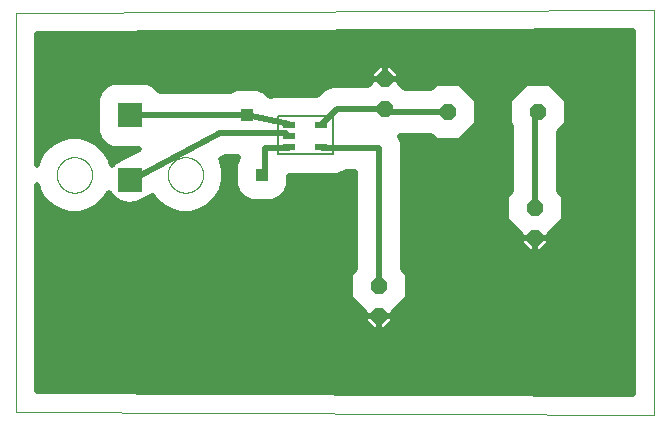
<source format=gtl>
G75*
%MOIN*%
%OFA0B0*%
%FSLAX25Y25*%
%IPPOS*%
%LPD*%
%AMOC8*
5,1,8,0,0,1.08239X$1,22.5*
%
%ADD10C,0.00000*%
%ADD11R,0.04331X0.02362*%
%ADD12C,0.00500*%
%ADD13OC8,0.05200*%
%ADD14R,0.08268X0.08268*%
%ADD15C,0.02000*%
%ADD16R,0.03962X0.03962*%
D10*
X0003000Y0002000D02*
X0003000Y0134961D01*
X0215701Y0135961D01*
X0215701Y0001000D01*
X0003000Y0002000D01*
X0016590Y0080984D02*
X0016592Y0081137D01*
X0016598Y0081291D01*
X0016608Y0081444D01*
X0016622Y0081596D01*
X0016640Y0081749D01*
X0016662Y0081900D01*
X0016687Y0082051D01*
X0016717Y0082202D01*
X0016751Y0082352D01*
X0016788Y0082500D01*
X0016829Y0082648D01*
X0016874Y0082794D01*
X0016923Y0082940D01*
X0016976Y0083084D01*
X0017032Y0083226D01*
X0017092Y0083367D01*
X0017156Y0083507D01*
X0017223Y0083645D01*
X0017294Y0083781D01*
X0017369Y0083915D01*
X0017446Y0084047D01*
X0017528Y0084177D01*
X0017612Y0084305D01*
X0017700Y0084431D01*
X0017791Y0084554D01*
X0017885Y0084675D01*
X0017983Y0084793D01*
X0018083Y0084909D01*
X0018187Y0085022D01*
X0018293Y0085133D01*
X0018402Y0085241D01*
X0018514Y0085346D01*
X0018628Y0085447D01*
X0018746Y0085546D01*
X0018865Y0085642D01*
X0018987Y0085735D01*
X0019112Y0085824D01*
X0019239Y0085911D01*
X0019368Y0085993D01*
X0019499Y0086073D01*
X0019632Y0086149D01*
X0019767Y0086222D01*
X0019904Y0086291D01*
X0020043Y0086356D01*
X0020183Y0086418D01*
X0020325Y0086476D01*
X0020468Y0086531D01*
X0020613Y0086582D01*
X0020759Y0086629D01*
X0020906Y0086672D01*
X0021054Y0086711D01*
X0021203Y0086747D01*
X0021353Y0086778D01*
X0021504Y0086806D01*
X0021655Y0086830D01*
X0021808Y0086850D01*
X0021960Y0086866D01*
X0022113Y0086878D01*
X0022266Y0086886D01*
X0022419Y0086890D01*
X0022573Y0086890D01*
X0022726Y0086886D01*
X0022879Y0086878D01*
X0023032Y0086866D01*
X0023184Y0086850D01*
X0023337Y0086830D01*
X0023488Y0086806D01*
X0023639Y0086778D01*
X0023789Y0086747D01*
X0023938Y0086711D01*
X0024086Y0086672D01*
X0024233Y0086629D01*
X0024379Y0086582D01*
X0024524Y0086531D01*
X0024667Y0086476D01*
X0024809Y0086418D01*
X0024949Y0086356D01*
X0025088Y0086291D01*
X0025225Y0086222D01*
X0025360Y0086149D01*
X0025493Y0086073D01*
X0025624Y0085993D01*
X0025753Y0085911D01*
X0025880Y0085824D01*
X0026005Y0085735D01*
X0026127Y0085642D01*
X0026246Y0085546D01*
X0026364Y0085447D01*
X0026478Y0085346D01*
X0026590Y0085241D01*
X0026699Y0085133D01*
X0026805Y0085022D01*
X0026909Y0084909D01*
X0027009Y0084793D01*
X0027107Y0084675D01*
X0027201Y0084554D01*
X0027292Y0084431D01*
X0027380Y0084305D01*
X0027464Y0084177D01*
X0027546Y0084047D01*
X0027623Y0083915D01*
X0027698Y0083781D01*
X0027769Y0083645D01*
X0027836Y0083507D01*
X0027900Y0083367D01*
X0027960Y0083226D01*
X0028016Y0083084D01*
X0028069Y0082940D01*
X0028118Y0082794D01*
X0028163Y0082648D01*
X0028204Y0082500D01*
X0028241Y0082352D01*
X0028275Y0082202D01*
X0028305Y0082051D01*
X0028330Y0081900D01*
X0028352Y0081749D01*
X0028370Y0081596D01*
X0028384Y0081444D01*
X0028394Y0081291D01*
X0028400Y0081137D01*
X0028402Y0080984D01*
X0028400Y0080831D01*
X0028394Y0080677D01*
X0028384Y0080524D01*
X0028370Y0080372D01*
X0028352Y0080219D01*
X0028330Y0080068D01*
X0028305Y0079917D01*
X0028275Y0079766D01*
X0028241Y0079616D01*
X0028204Y0079468D01*
X0028163Y0079320D01*
X0028118Y0079174D01*
X0028069Y0079028D01*
X0028016Y0078884D01*
X0027960Y0078742D01*
X0027900Y0078601D01*
X0027836Y0078461D01*
X0027769Y0078323D01*
X0027698Y0078187D01*
X0027623Y0078053D01*
X0027546Y0077921D01*
X0027464Y0077791D01*
X0027380Y0077663D01*
X0027292Y0077537D01*
X0027201Y0077414D01*
X0027107Y0077293D01*
X0027009Y0077175D01*
X0026909Y0077059D01*
X0026805Y0076946D01*
X0026699Y0076835D01*
X0026590Y0076727D01*
X0026478Y0076622D01*
X0026364Y0076521D01*
X0026246Y0076422D01*
X0026127Y0076326D01*
X0026005Y0076233D01*
X0025880Y0076144D01*
X0025753Y0076057D01*
X0025624Y0075975D01*
X0025493Y0075895D01*
X0025360Y0075819D01*
X0025225Y0075746D01*
X0025088Y0075677D01*
X0024949Y0075612D01*
X0024809Y0075550D01*
X0024667Y0075492D01*
X0024524Y0075437D01*
X0024379Y0075386D01*
X0024233Y0075339D01*
X0024086Y0075296D01*
X0023938Y0075257D01*
X0023789Y0075221D01*
X0023639Y0075190D01*
X0023488Y0075162D01*
X0023337Y0075138D01*
X0023184Y0075118D01*
X0023032Y0075102D01*
X0022879Y0075090D01*
X0022726Y0075082D01*
X0022573Y0075078D01*
X0022419Y0075078D01*
X0022266Y0075082D01*
X0022113Y0075090D01*
X0021960Y0075102D01*
X0021808Y0075118D01*
X0021655Y0075138D01*
X0021504Y0075162D01*
X0021353Y0075190D01*
X0021203Y0075221D01*
X0021054Y0075257D01*
X0020906Y0075296D01*
X0020759Y0075339D01*
X0020613Y0075386D01*
X0020468Y0075437D01*
X0020325Y0075492D01*
X0020183Y0075550D01*
X0020043Y0075612D01*
X0019904Y0075677D01*
X0019767Y0075746D01*
X0019632Y0075819D01*
X0019499Y0075895D01*
X0019368Y0075975D01*
X0019239Y0076057D01*
X0019112Y0076144D01*
X0018987Y0076233D01*
X0018865Y0076326D01*
X0018746Y0076422D01*
X0018628Y0076521D01*
X0018514Y0076622D01*
X0018402Y0076727D01*
X0018293Y0076835D01*
X0018187Y0076946D01*
X0018083Y0077059D01*
X0017983Y0077175D01*
X0017885Y0077293D01*
X0017791Y0077414D01*
X0017700Y0077537D01*
X0017612Y0077663D01*
X0017528Y0077791D01*
X0017446Y0077921D01*
X0017369Y0078053D01*
X0017294Y0078187D01*
X0017223Y0078323D01*
X0017156Y0078461D01*
X0017092Y0078601D01*
X0017032Y0078742D01*
X0016976Y0078884D01*
X0016923Y0079028D01*
X0016874Y0079174D01*
X0016829Y0079320D01*
X0016788Y0079468D01*
X0016751Y0079616D01*
X0016717Y0079766D01*
X0016687Y0079917D01*
X0016662Y0080068D01*
X0016640Y0080219D01*
X0016622Y0080372D01*
X0016608Y0080524D01*
X0016598Y0080677D01*
X0016592Y0080831D01*
X0016590Y0080984D01*
X0053598Y0080984D02*
X0053600Y0081137D01*
X0053606Y0081291D01*
X0053616Y0081444D01*
X0053630Y0081596D01*
X0053648Y0081749D01*
X0053670Y0081900D01*
X0053695Y0082051D01*
X0053725Y0082202D01*
X0053759Y0082352D01*
X0053796Y0082500D01*
X0053837Y0082648D01*
X0053882Y0082794D01*
X0053931Y0082940D01*
X0053984Y0083084D01*
X0054040Y0083226D01*
X0054100Y0083367D01*
X0054164Y0083507D01*
X0054231Y0083645D01*
X0054302Y0083781D01*
X0054377Y0083915D01*
X0054454Y0084047D01*
X0054536Y0084177D01*
X0054620Y0084305D01*
X0054708Y0084431D01*
X0054799Y0084554D01*
X0054893Y0084675D01*
X0054991Y0084793D01*
X0055091Y0084909D01*
X0055195Y0085022D01*
X0055301Y0085133D01*
X0055410Y0085241D01*
X0055522Y0085346D01*
X0055636Y0085447D01*
X0055754Y0085546D01*
X0055873Y0085642D01*
X0055995Y0085735D01*
X0056120Y0085824D01*
X0056247Y0085911D01*
X0056376Y0085993D01*
X0056507Y0086073D01*
X0056640Y0086149D01*
X0056775Y0086222D01*
X0056912Y0086291D01*
X0057051Y0086356D01*
X0057191Y0086418D01*
X0057333Y0086476D01*
X0057476Y0086531D01*
X0057621Y0086582D01*
X0057767Y0086629D01*
X0057914Y0086672D01*
X0058062Y0086711D01*
X0058211Y0086747D01*
X0058361Y0086778D01*
X0058512Y0086806D01*
X0058663Y0086830D01*
X0058816Y0086850D01*
X0058968Y0086866D01*
X0059121Y0086878D01*
X0059274Y0086886D01*
X0059427Y0086890D01*
X0059581Y0086890D01*
X0059734Y0086886D01*
X0059887Y0086878D01*
X0060040Y0086866D01*
X0060192Y0086850D01*
X0060345Y0086830D01*
X0060496Y0086806D01*
X0060647Y0086778D01*
X0060797Y0086747D01*
X0060946Y0086711D01*
X0061094Y0086672D01*
X0061241Y0086629D01*
X0061387Y0086582D01*
X0061532Y0086531D01*
X0061675Y0086476D01*
X0061817Y0086418D01*
X0061957Y0086356D01*
X0062096Y0086291D01*
X0062233Y0086222D01*
X0062368Y0086149D01*
X0062501Y0086073D01*
X0062632Y0085993D01*
X0062761Y0085911D01*
X0062888Y0085824D01*
X0063013Y0085735D01*
X0063135Y0085642D01*
X0063254Y0085546D01*
X0063372Y0085447D01*
X0063486Y0085346D01*
X0063598Y0085241D01*
X0063707Y0085133D01*
X0063813Y0085022D01*
X0063917Y0084909D01*
X0064017Y0084793D01*
X0064115Y0084675D01*
X0064209Y0084554D01*
X0064300Y0084431D01*
X0064388Y0084305D01*
X0064472Y0084177D01*
X0064554Y0084047D01*
X0064631Y0083915D01*
X0064706Y0083781D01*
X0064777Y0083645D01*
X0064844Y0083507D01*
X0064908Y0083367D01*
X0064968Y0083226D01*
X0065024Y0083084D01*
X0065077Y0082940D01*
X0065126Y0082794D01*
X0065171Y0082648D01*
X0065212Y0082500D01*
X0065249Y0082352D01*
X0065283Y0082202D01*
X0065313Y0082051D01*
X0065338Y0081900D01*
X0065360Y0081749D01*
X0065378Y0081596D01*
X0065392Y0081444D01*
X0065402Y0081291D01*
X0065408Y0081137D01*
X0065410Y0080984D01*
X0065408Y0080831D01*
X0065402Y0080677D01*
X0065392Y0080524D01*
X0065378Y0080372D01*
X0065360Y0080219D01*
X0065338Y0080068D01*
X0065313Y0079917D01*
X0065283Y0079766D01*
X0065249Y0079616D01*
X0065212Y0079468D01*
X0065171Y0079320D01*
X0065126Y0079174D01*
X0065077Y0079028D01*
X0065024Y0078884D01*
X0064968Y0078742D01*
X0064908Y0078601D01*
X0064844Y0078461D01*
X0064777Y0078323D01*
X0064706Y0078187D01*
X0064631Y0078053D01*
X0064554Y0077921D01*
X0064472Y0077791D01*
X0064388Y0077663D01*
X0064300Y0077537D01*
X0064209Y0077414D01*
X0064115Y0077293D01*
X0064017Y0077175D01*
X0063917Y0077059D01*
X0063813Y0076946D01*
X0063707Y0076835D01*
X0063598Y0076727D01*
X0063486Y0076622D01*
X0063372Y0076521D01*
X0063254Y0076422D01*
X0063135Y0076326D01*
X0063013Y0076233D01*
X0062888Y0076144D01*
X0062761Y0076057D01*
X0062632Y0075975D01*
X0062501Y0075895D01*
X0062368Y0075819D01*
X0062233Y0075746D01*
X0062096Y0075677D01*
X0061957Y0075612D01*
X0061817Y0075550D01*
X0061675Y0075492D01*
X0061532Y0075437D01*
X0061387Y0075386D01*
X0061241Y0075339D01*
X0061094Y0075296D01*
X0060946Y0075257D01*
X0060797Y0075221D01*
X0060647Y0075190D01*
X0060496Y0075162D01*
X0060345Y0075138D01*
X0060192Y0075118D01*
X0060040Y0075102D01*
X0059887Y0075090D01*
X0059734Y0075082D01*
X0059581Y0075078D01*
X0059427Y0075078D01*
X0059274Y0075082D01*
X0059121Y0075090D01*
X0058968Y0075102D01*
X0058816Y0075118D01*
X0058663Y0075138D01*
X0058512Y0075162D01*
X0058361Y0075190D01*
X0058211Y0075221D01*
X0058062Y0075257D01*
X0057914Y0075296D01*
X0057767Y0075339D01*
X0057621Y0075386D01*
X0057476Y0075437D01*
X0057333Y0075492D01*
X0057191Y0075550D01*
X0057051Y0075612D01*
X0056912Y0075677D01*
X0056775Y0075746D01*
X0056640Y0075819D01*
X0056507Y0075895D01*
X0056376Y0075975D01*
X0056247Y0076057D01*
X0056120Y0076144D01*
X0055995Y0076233D01*
X0055873Y0076326D01*
X0055754Y0076422D01*
X0055636Y0076521D01*
X0055522Y0076622D01*
X0055410Y0076727D01*
X0055301Y0076835D01*
X0055195Y0076946D01*
X0055091Y0077059D01*
X0054991Y0077175D01*
X0054893Y0077293D01*
X0054799Y0077414D01*
X0054708Y0077537D01*
X0054620Y0077663D01*
X0054536Y0077791D01*
X0054454Y0077921D01*
X0054377Y0078053D01*
X0054302Y0078187D01*
X0054231Y0078323D01*
X0054164Y0078461D01*
X0054100Y0078601D01*
X0054040Y0078742D01*
X0053984Y0078884D01*
X0053931Y0079028D01*
X0053882Y0079174D01*
X0053837Y0079320D01*
X0053796Y0079468D01*
X0053759Y0079616D01*
X0053725Y0079766D01*
X0053695Y0079917D01*
X0053670Y0080068D01*
X0053648Y0080219D01*
X0053630Y0080372D01*
X0053616Y0080524D01*
X0053606Y0080677D01*
X0053600Y0080831D01*
X0053598Y0080984D01*
D11*
X0094016Y0090260D03*
X0094016Y0090260D03*
X0094016Y0094000D03*
X0094016Y0097740D03*
X0104646Y0097740D03*
X0104646Y0090260D03*
D12*
X0108583Y0087898D02*
X0090276Y0087898D01*
X0090276Y0100496D01*
X0108583Y0100496D01*
X0108583Y0087898D01*
D13*
X0126000Y0103000D03*
X0126000Y0113000D03*
X0147000Y0102000D03*
X0177000Y0102000D03*
X0176000Y0070000D03*
X0176000Y0060000D03*
X0124000Y0044000D03*
X0124000Y0034000D03*
D14*
X0041000Y0079173D03*
X0041000Y0100827D03*
D15*
X0043000Y0101000D02*
X0080000Y0101000D01*
X0094000Y0098000D01*
X0093000Y0095000D02*
X0071000Y0095000D01*
X0041000Y0079000D01*
X0034007Y0075111D02*
X0034690Y0073831D01*
X0037148Y0071810D01*
X0040193Y0070883D01*
X0043361Y0071192D01*
X0048632Y0074004D01*
X0049177Y0073060D01*
X0051580Y0070657D01*
X0054523Y0068958D01*
X0057805Y0068079D01*
X0061203Y0068079D01*
X0064485Y0068958D01*
X0067428Y0070657D01*
X0069831Y0073060D01*
X0071530Y0076003D01*
X0072409Y0079285D01*
X0072409Y0082683D01*
X0071530Y0085966D01*
X0071419Y0086157D01*
X0073000Y0087000D01*
X0077138Y0087000D01*
X0077085Y0086946D01*
X0076019Y0084373D01*
X0076019Y0077627D01*
X0077085Y0075054D01*
X0079054Y0073085D01*
X0081627Y0072019D01*
X0088373Y0072019D01*
X0090946Y0073085D01*
X0092915Y0075054D01*
X0093981Y0077627D01*
X0093981Y0079363D01*
X0094000Y0079409D01*
X0094000Y0080648D01*
X0110025Y0080648D01*
X0112689Y0081751D01*
X0112938Y0082000D01*
X0116000Y0082000D01*
X0116000Y0049576D01*
X0114400Y0047976D01*
X0114400Y0040024D01*
X0119400Y0035024D01*
X0119400Y0034000D01*
X0124000Y0034000D01*
X0128600Y0034000D01*
X0128600Y0035024D01*
X0133600Y0040024D01*
X0133600Y0047976D01*
X0132000Y0049576D01*
X0132000Y0091591D01*
X0131002Y0094000D01*
X0141424Y0094000D01*
X0143024Y0092400D01*
X0150976Y0092400D01*
X0156600Y0098024D01*
X0156600Y0105976D01*
X0150976Y0111600D01*
X0143024Y0111600D01*
X0141424Y0110000D01*
X0132576Y0110000D01*
X0130600Y0111976D01*
X0130600Y0113000D01*
X0130600Y0114905D01*
X0127905Y0117600D01*
X0126000Y0117600D01*
X0126000Y0113000D01*
X0126000Y0113000D01*
X0130600Y0113000D01*
X0126000Y0113000D01*
X0126000Y0113000D01*
X0126000Y0113000D01*
X0121400Y0113000D01*
X0121400Y0114905D01*
X0124095Y0117600D01*
X0126000Y0117600D01*
X0126000Y0113000D01*
X0121400Y0113000D01*
X0121400Y0111976D01*
X0120424Y0111000D01*
X0108409Y0111000D01*
X0105468Y0109782D01*
X0103432Y0107746D01*
X0088833Y0107746D01*
X0088106Y0107445D01*
X0087229Y0107632D01*
X0085946Y0108915D01*
X0083373Y0109981D01*
X0076627Y0109981D01*
X0074258Y0109000D01*
X0050994Y0109000D01*
X0049099Y0110895D01*
X0046526Y0111961D01*
X0035474Y0111961D01*
X0032901Y0110895D01*
X0030932Y0108926D01*
X0029866Y0106353D01*
X0029866Y0095301D01*
X0030932Y0092728D01*
X0032901Y0090759D01*
X0035474Y0089693D01*
X0044049Y0089693D01*
X0035831Y0085310D01*
X0034976Y0084270D01*
X0034522Y0085966D01*
X0032823Y0088908D01*
X0030420Y0091311D01*
X0027477Y0093010D01*
X0024195Y0093890D01*
X0020797Y0093890D01*
X0017515Y0093010D01*
X0014572Y0091311D01*
X0012169Y0088908D01*
X0010470Y0085966D01*
X0010000Y0084211D01*
X0010000Y0127993D01*
X0208701Y0128928D01*
X0208701Y0008033D01*
X0010000Y0008967D01*
X0010000Y0077757D01*
X0010470Y0076003D01*
X0012169Y0073060D01*
X0014572Y0070657D01*
X0017515Y0068958D01*
X0020797Y0068079D01*
X0024195Y0068079D01*
X0027477Y0068958D01*
X0030420Y0070657D01*
X0032823Y0073060D01*
X0034007Y0075111D01*
X0034144Y0074856D02*
X0033860Y0074856D01*
X0032620Y0072857D02*
X0035875Y0072857D01*
X0030622Y0070859D02*
X0051378Y0070859D01*
X0049380Y0072857D02*
X0046482Y0072857D01*
X0054889Y0068860D02*
X0027111Y0068860D01*
X0017881Y0068860D02*
X0010000Y0068860D01*
X0010000Y0066862D02*
X0116000Y0066862D01*
X0116000Y0068860D02*
X0064119Y0068860D01*
X0067629Y0070859D02*
X0116000Y0070859D01*
X0116000Y0072857D02*
X0090397Y0072857D01*
X0092717Y0074856D02*
X0116000Y0074856D01*
X0116000Y0076854D02*
X0093661Y0076854D01*
X0093981Y0078853D02*
X0116000Y0078853D01*
X0116000Y0080851D02*
X0110516Y0080851D01*
X0105000Y0090000D02*
X0124000Y0090000D01*
X0124000Y0044000D01*
X0115541Y0038882D02*
X0010000Y0038882D01*
X0010000Y0040881D02*
X0114400Y0040881D01*
X0114400Y0042879D02*
X0010000Y0042879D01*
X0010000Y0044878D02*
X0114400Y0044878D01*
X0114400Y0046876D02*
X0010000Y0046876D01*
X0010000Y0048875D02*
X0115299Y0048875D01*
X0116000Y0050873D02*
X0010000Y0050873D01*
X0010000Y0052872D02*
X0116000Y0052872D01*
X0116000Y0054870D02*
X0010000Y0054870D01*
X0010000Y0056869D02*
X0116000Y0056869D01*
X0116000Y0058868D02*
X0010000Y0058868D01*
X0010000Y0060866D02*
X0116000Y0060866D01*
X0116000Y0062865D02*
X0010000Y0062865D01*
X0010000Y0064863D02*
X0116000Y0064863D01*
X0132000Y0064863D02*
X0167561Y0064863D01*
X0166400Y0066024D02*
X0171400Y0061024D01*
X0171400Y0060000D01*
X0176000Y0060000D01*
X0180600Y0060000D01*
X0180600Y0061024D01*
X0185600Y0066024D01*
X0185600Y0073976D01*
X0184000Y0075576D01*
X0184000Y0095424D01*
X0186600Y0098024D01*
X0186600Y0105976D01*
X0180976Y0111600D01*
X0173024Y0111600D01*
X0167400Y0105976D01*
X0167400Y0098024D01*
X0168000Y0097424D01*
X0168000Y0075576D01*
X0166400Y0073976D01*
X0166400Y0066024D01*
X0166400Y0066862D02*
X0132000Y0066862D01*
X0132000Y0068860D02*
X0166400Y0068860D01*
X0166400Y0070859D02*
X0132000Y0070859D01*
X0132000Y0072857D02*
X0166400Y0072857D01*
X0167279Y0074856D02*
X0132000Y0074856D01*
X0132000Y0076854D02*
X0168000Y0076854D01*
X0168000Y0078853D02*
X0132000Y0078853D01*
X0132000Y0080851D02*
X0168000Y0080851D01*
X0168000Y0082850D02*
X0132000Y0082850D01*
X0132000Y0084848D02*
X0168000Y0084848D01*
X0168000Y0086847D02*
X0132000Y0086847D01*
X0132000Y0088845D02*
X0168000Y0088845D01*
X0168000Y0090844D02*
X0132000Y0090844D01*
X0131482Y0092842D02*
X0142581Y0092842D01*
X0151419Y0092842D02*
X0168000Y0092842D01*
X0168000Y0094841D02*
X0153417Y0094841D01*
X0155416Y0096839D02*
X0168000Y0096839D01*
X0167400Y0098838D02*
X0156600Y0098838D01*
X0156600Y0100836D02*
X0167400Y0100836D01*
X0167400Y0102835D02*
X0156600Y0102835D01*
X0156600Y0104833D02*
X0167400Y0104833D01*
X0168255Y0106832D02*
X0155745Y0106832D01*
X0153746Y0108830D02*
X0170254Y0108830D01*
X0172252Y0110829D02*
X0151748Y0110829D01*
X0142252Y0110829D02*
X0131748Y0110829D01*
X0130600Y0112827D02*
X0208701Y0112827D01*
X0208701Y0110829D02*
X0181748Y0110829D01*
X0183746Y0108830D02*
X0208701Y0108830D01*
X0208701Y0106832D02*
X0185745Y0106832D01*
X0186600Y0104833D02*
X0208701Y0104833D01*
X0208701Y0102835D02*
X0186600Y0102835D01*
X0186600Y0100836D02*
X0208701Y0100836D01*
X0208701Y0098838D02*
X0186600Y0098838D01*
X0185416Y0096839D02*
X0208701Y0096839D01*
X0208701Y0094841D02*
X0184000Y0094841D01*
X0184000Y0092842D02*
X0208701Y0092842D01*
X0208701Y0090844D02*
X0184000Y0090844D01*
X0184000Y0088845D02*
X0208701Y0088845D01*
X0208701Y0086847D02*
X0184000Y0086847D01*
X0184000Y0084848D02*
X0208701Y0084848D01*
X0208701Y0082850D02*
X0184000Y0082850D01*
X0184000Y0080851D02*
X0208701Y0080851D01*
X0208701Y0078853D02*
X0184000Y0078853D01*
X0184000Y0076854D02*
X0208701Y0076854D01*
X0208701Y0074856D02*
X0184721Y0074856D01*
X0185600Y0072857D02*
X0208701Y0072857D01*
X0208701Y0070859D02*
X0185600Y0070859D01*
X0185600Y0068860D02*
X0208701Y0068860D01*
X0208701Y0066862D02*
X0185600Y0066862D01*
X0184439Y0064863D02*
X0208701Y0064863D01*
X0208701Y0062865D02*
X0182441Y0062865D01*
X0180600Y0060866D02*
X0208701Y0060866D01*
X0208701Y0058868D02*
X0180600Y0058868D01*
X0180600Y0058095D02*
X0180600Y0060000D01*
X0176000Y0060000D01*
X0176000Y0060000D01*
X0176000Y0055400D01*
X0177905Y0055400D01*
X0180600Y0058095D01*
X0179374Y0056869D02*
X0208701Y0056869D01*
X0208701Y0054870D02*
X0132000Y0054870D01*
X0132000Y0052872D02*
X0208701Y0052872D01*
X0208701Y0050873D02*
X0132000Y0050873D01*
X0132701Y0048875D02*
X0208701Y0048875D01*
X0208701Y0046876D02*
X0133600Y0046876D01*
X0133600Y0044878D02*
X0208701Y0044878D01*
X0208701Y0042879D02*
X0133600Y0042879D01*
X0133600Y0040881D02*
X0208701Y0040881D01*
X0208701Y0038882D02*
X0132459Y0038882D01*
X0130460Y0036884D02*
X0208701Y0036884D01*
X0208701Y0034885D02*
X0128600Y0034885D01*
X0128600Y0034000D02*
X0124000Y0034000D01*
X0124000Y0034000D01*
X0124000Y0029400D01*
X0125905Y0029400D01*
X0128600Y0032095D01*
X0128600Y0034000D01*
X0128600Y0032887D02*
X0208701Y0032887D01*
X0208701Y0030888D02*
X0127394Y0030888D01*
X0124000Y0030888D02*
X0124000Y0030888D01*
X0124000Y0029400D02*
X0124000Y0034000D01*
X0124000Y0034000D01*
X0124000Y0034000D01*
X0119400Y0034000D01*
X0119400Y0032095D01*
X0122095Y0029400D01*
X0124000Y0029400D01*
X0120606Y0030888D02*
X0010000Y0030888D01*
X0010000Y0032887D02*
X0119400Y0032887D01*
X0119400Y0034885D02*
X0010000Y0034885D01*
X0010000Y0036884D02*
X0117540Y0036884D01*
X0124000Y0032887D02*
X0124000Y0032887D01*
X0132000Y0056869D02*
X0172626Y0056869D01*
X0171400Y0058095D02*
X0174095Y0055400D01*
X0176000Y0055400D01*
X0176000Y0060000D01*
X0176000Y0060000D01*
X0176000Y0060000D01*
X0171400Y0060000D01*
X0171400Y0058095D01*
X0171400Y0058868D02*
X0132000Y0058868D01*
X0132000Y0060866D02*
X0171400Y0060866D01*
X0169559Y0062865D02*
X0132000Y0062865D01*
X0176000Y0058868D02*
X0176000Y0058868D01*
X0176000Y0056869D02*
X0176000Y0056869D01*
X0176000Y0070000D02*
X0176000Y0103000D01*
X0177000Y0103000D01*
X0147000Y0102000D02*
X0127000Y0102000D01*
X0126000Y0103000D01*
X0110000Y0103000D01*
X0105000Y0098000D01*
X0094000Y0090000D02*
X0086000Y0090000D01*
X0086000Y0081000D01*
X0076339Y0076854D02*
X0071758Y0076854D01*
X0070868Y0074856D02*
X0077283Y0074856D01*
X0079603Y0072857D02*
X0069628Y0072857D01*
X0072294Y0078853D02*
X0076019Y0078853D01*
X0076019Y0080851D02*
X0072409Y0080851D01*
X0072365Y0082850D02*
X0076019Y0082850D01*
X0076216Y0084848D02*
X0071829Y0084848D01*
X0072712Y0086847D02*
X0077043Y0086847D01*
X0086031Y0108830D02*
X0104517Y0108830D01*
X0107995Y0110829D02*
X0049165Y0110829D01*
X0032835Y0110829D02*
X0010000Y0110829D01*
X0010000Y0112827D02*
X0121400Y0112827D01*
X0121400Y0114826D02*
X0010000Y0114826D01*
X0010000Y0116824D02*
X0123319Y0116824D01*
X0126000Y0116824D02*
X0126000Y0116824D01*
X0126000Y0114826D02*
X0126000Y0114826D01*
X0128681Y0116824D02*
X0208701Y0116824D01*
X0208701Y0114826D02*
X0130600Y0114826D01*
X0184827Y0128815D02*
X0208701Y0128815D01*
X0208701Y0126817D02*
X0010000Y0126817D01*
X0010000Y0124818D02*
X0208701Y0124818D01*
X0208701Y0122820D02*
X0010000Y0122820D01*
X0010000Y0120821D02*
X0208701Y0120821D01*
X0208701Y0118823D02*
X0010000Y0118823D01*
X0010000Y0108830D02*
X0030892Y0108830D01*
X0030064Y0106832D02*
X0010000Y0106832D01*
X0010000Y0104833D02*
X0029866Y0104833D01*
X0029866Y0102835D02*
X0010000Y0102835D01*
X0010000Y0100836D02*
X0029866Y0100836D01*
X0029866Y0098838D02*
X0010000Y0098838D01*
X0010000Y0096839D02*
X0029866Y0096839D01*
X0030057Y0094841D02*
X0010000Y0094841D01*
X0010000Y0092842D02*
X0017224Y0092842D01*
X0014104Y0090844D02*
X0010000Y0090844D01*
X0010000Y0088845D02*
X0012133Y0088845D01*
X0010979Y0086847D02*
X0010000Y0086847D01*
X0010000Y0084848D02*
X0010171Y0084848D01*
X0010242Y0076854D02*
X0010000Y0076854D01*
X0010000Y0074856D02*
X0011132Y0074856D01*
X0010000Y0072857D02*
X0012372Y0072857D01*
X0014371Y0070859D02*
X0010000Y0070859D01*
X0034821Y0084848D02*
X0035452Y0084848D01*
X0034013Y0086847D02*
X0038713Y0086847D01*
X0042460Y0088845D02*
X0032860Y0088845D01*
X0032816Y0090844D02*
X0030888Y0090844D01*
X0030884Y0092842D02*
X0027768Y0092842D01*
X0010000Y0028890D02*
X0208701Y0028890D01*
X0208701Y0026891D02*
X0010000Y0026891D01*
X0010000Y0024893D02*
X0208701Y0024893D01*
X0208701Y0022894D02*
X0010000Y0022894D01*
X0010000Y0020896D02*
X0208701Y0020896D01*
X0208701Y0018897D02*
X0010000Y0018897D01*
X0010000Y0016899D02*
X0208701Y0016899D01*
X0208701Y0014900D02*
X0010000Y0014900D01*
X0010000Y0012902D02*
X0208701Y0012902D01*
X0208701Y0010903D02*
X0010000Y0010903D01*
X0023278Y0008905D02*
X0208701Y0008905D01*
D16*
X0085000Y0081000D03*
X0080000Y0101000D03*
M02*

</source>
